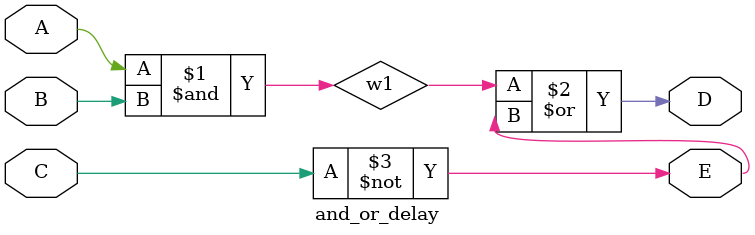
<source format=v>
`timescale 1ns/1ps
module and_or_delay(A,B,C,D,E);
    input A,B,C; 
    output D,E; 

wire w1; 

and #(30) G1 (w1,A,B); // tp=30ns 
not #(10) G2 (E,C); // tp=10ns
or #(20) G3 (D,w1,E); // tp=20ns 
endmodule


</source>
